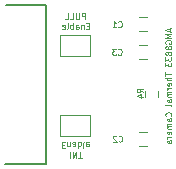
<source format=gbo>
G04 #@! TF.FileFunction,Legend,Bot*
%FSLAX46Y46*%
G04 Gerber Fmt 4.6, Leading zero omitted, Abs format (unit mm)*
G04 Created by KiCad (PCBNEW 4.0.7-e2-6376~58~ubuntu16.04.1) date Thu Aug  2 19:24:01 2018*
%MOMM*%
%LPD*%
G01*
G04 APERTURE LIST*
%ADD10C,0.100000*%
%ADD11C,0.125000*%
%ADD12C,0.120000*%
%ADD13C,0.150000*%
G04 APERTURE END LIST*
D10*
D11*
X166458333Y-93380954D02*
X166458333Y-93619049D01*
X166601190Y-93333335D02*
X166101190Y-93500002D01*
X166601190Y-93666668D01*
X166601190Y-93833335D02*
X166101190Y-93833335D01*
X166458333Y-94000001D01*
X166101190Y-94166668D01*
X166601190Y-94166668D01*
X166125000Y-94666668D02*
X166101190Y-94619049D01*
X166101190Y-94547621D01*
X166125000Y-94476192D01*
X166172619Y-94428573D01*
X166220238Y-94404764D01*
X166315476Y-94380954D01*
X166386905Y-94380954D01*
X166482143Y-94404764D01*
X166529762Y-94428573D01*
X166577381Y-94476192D01*
X166601190Y-94547621D01*
X166601190Y-94595240D01*
X166577381Y-94666668D01*
X166553571Y-94690478D01*
X166386905Y-94690478D01*
X166386905Y-94595240D01*
X166315476Y-94976192D02*
X166291667Y-94928573D01*
X166267857Y-94904764D01*
X166220238Y-94880954D01*
X166196429Y-94880954D01*
X166148810Y-94904764D01*
X166125000Y-94928573D01*
X166101190Y-94976192D01*
X166101190Y-95071430D01*
X166125000Y-95119049D01*
X166148810Y-95142859D01*
X166196429Y-95166668D01*
X166220238Y-95166668D01*
X166267857Y-95142859D01*
X166291667Y-95119049D01*
X166315476Y-95071430D01*
X166315476Y-94976192D01*
X166339286Y-94928573D01*
X166363095Y-94904764D01*
X166410714Y-94880954D01*
X166505952Y-94880954D01*
X166553571Y-94904764D01*
X166577381Y-94928573D01*
X166601190Y-94976192D01*
X166601190Y-95071430D01*
X166577381Y-95119049D01*
X166553571Y-95142859D01*
X166505952Y-95166668D01*
X166410714Y-95166668D01*
X166363095Y-95142859D01*
X166339286Y-95119049D01*
X166315476Y-95071430D01*
X166315476Y-95452382D02*
X166291667Y-95404763D01*
X166267857Y-95380954D01*
X166220238Y-95357144D01*
X166196429Y-95357144D01*
X166148810Y-95380954D01*
X166125000Y-95404763D01*
X166101190Y-95452382D01*
X166101190Y-95547620D01*
X166125000Y-95595239D01*
X166148810Y-95619049D01*
X166196429Y-95642858D01*
X166220238Y-95642858D01*
X166267857Y-95619049D01*
X166291667Y-95595239D01*
X166315476Y-95547620D01*
X166315476Y-95452382D01*
X166339286Y-95404763D01*
X166363095Y-95380954D01*
X166410714Y-95357144D01*
X166505952Y-95357144D01*
X166553571Y-95380954D01*
X166577381Y-95404763D01*
X166601190Y-95452382D01*
X166601190Y-95547620D01*
X166577381Y-95595239D01*
X166553571Y-95619049D01*
X166505952Y-95642858D01*
X166410714Y-95642858D01*
X166363095Y-95619049D01*
X166339286Y-95595239D01*
X166315476Y-95547620D01*
X166101190Y-95809525D02*
X166101190Y-96119048D01*
X166291667Y-95952382D01*
X166291667Y-96023810D01*
X166315476Y-96071429D01*
X166339286Y-96095239D01*
X166386905Y-96119048D01*
X166505952Y-96119048D01*
X166553571Y-96095239D01*
X166577381Y-96071429D01*
X166601190Y-96023810D01*
X166601190Y-95880953D01*
X166577381Y-95833334D01*
X166553571Y-95809525D01*
X166101190Y-96285715D02*
X166101190Y-96595238D01*
X166291667Y-96428572D01*
X166291667Y-96500000D01*
X166315476Y-96547619D01*
X166339286Y-96571429D01*
X166386905Y-96595238D01*
X166505952Y-96595238D01*
X166553571Y-96571429D01*
X166577381Y-96547619D01*
X166601190Y-96500000D01*
X166601190Y-96357143D01*
X166577381Y-96309524D01*
X166553571Y-96285715D01*
X166101190Y-97119047D02*
X166101190Y-97404761D01*
X166601190Y-97261904D02*
X166101190Y-97261904D01*
X166601190Y-97571428D02*
X166101190Y-97571428D01*
X166601190Y-97785713D02*
X166339286Y-97785713D01*
X166291667Y-97761904D01*
X166267857Y-97714285D01*
X166267857Y-97642856D01*
X166291667Y-97595237D01*
X166315476Y-97571428D01*
X166577381Y-98214285D02*
X166601190Y-98166666D01*
X166601190Y-98071428D01*
X166577381Y-98023809D01*
X166529762Y-97999999D01*
X166339286Y-97999999D01*
X166291667Y-98023809D01*
X166267857Y-98071428D01*
X166267857Y-98166666D01*
X166291667Y-98214285D01*
X166339286Y-98238094D01*
X166386905Y-98238094D01*
X166434524Y-97999999D01*
X166601190Y-98452380D02*
X166267857Y-98452380D01*
X166363095Y-98452380D02*
X166315476Y-98476189D01*
X166291667Y-98499999D01*
X166267857Y-98547618D01*
X166267857Y-98595237D01*
X166601190Y-98761904D02*
X166267857Y-98761904D01*
X166315476Y-98761904D02*
X166291667Y-98785713D01*
X166267857Y-98833332D01*
X166267857Y-98904761D01*
X166291667Y-98952380D01*
X166339286Y-98976189D01*
X166601190Y-98976189D01*
X166339286Y-98976189D02*
X166291667Y-98999999D01*
X166267857Y-99047618D01*
X166267857Y-99119046D01*
X166291667Y-99166666D01*
X166339286Y-99190475D01*
X166601190Y-99190475D01*
X166601190Y-99642856D02*
X166339286Y-99642856D01*
X166291667Y-99619047D01*
X166267857Y-99571428D01*
X166267857Y-99476190D01*
X166291667Y-99428571D01*
X166577381Y-99642856D02*
X166601190Y-99595237D01*
X166601190Y-99476190D01*
X166577381Y-99428571D01*
X166529762Y-99404761D01*
X166482143Y-99404761D01*
X166434524Y-99428571D01*
X166410714Y-99476190D01*
X166410714Y-99595237D01*
X166386905Y-99642856D01*
X166601190Y-99952380D02*
X166577381Y-99904761D01*
X166529762Y-99880952D01*
X166101190Y-99880952D01*
X166553571Y-100809523D02*
X166577381Y-100785713D01*
X166601190Y-100714285D01*
X166601190Y-100666666D01*
X166577381Y-100595237D01*
X166529762Y-100547618D01*
X166482143Y-100523809D01*
X166386905Y-100499999D01*
X166315476Y-100499999D01*
X166220238Y-100523809D01*
X166172619Y-100547618D01*
X166125000Y-100595237D01*
X166101190Y-100666666D01*
X166101190Y-100714285D01*
X166125000Y-100785713D01*
X166148810Y-100809523D01*
X166601190Y-101238094D02*
X166339286Y-101238094D01*
X166291667Y-101214285D01*
X166267857Y-101166666D01*
X166267857Y-101071428D01*
X166291667Y-101023809D01*
X166577381Y-101238094D02*
X166601190Y-101190475D01*
X166601190Y-101071428D01*
X166577381Y-101023809D01*
X166529762Y-100999999D01*
X166482143Y-100999999D01*
X166434524Y-101023809D01*
X166410714Y-101071428D01*
X166410714Y-101190475D01*
X166386905Y-101238094D01*
X166601190Y-101476190D02*
X166267857Y-101476190D01*
X166315476Y-101476190D02*
X166291667Y-101499999D01*
X166267857Y-101547618D01*
X166267857Y-101619047D01*
X166291667Y-101666666D01*
X166339286Y-101690475D01*
X166601190Y-101690475D01*
X166339286Y-101690475D02*
X166291667Y-101714285D01*
X166267857Y-101761904D01*
X166267857Y-101833332D01*
X166291667Y-101880952D01*
X166339286Y-101904761D01*
X166601190Y-101904761D01*
X166577381Y-102333333D02*
X166601190Y-102285714D01*
X166601190Y-102190476D01*
X166577381Y-102142857D01*
X166529762Y-102119047D01*
X166339286Y-102119047D01*
X166291667Y-102142857D01*
X166267857Y-102190476D01*
X166267857Y-102285714D01*
X166291667Y-102333333D01*
X166339286Y-102357142D01*
X166386905Y-102357142D01*
X166434524Y-102119047D01*
X166601190Y-102571428D02*
X166267857Y-102571428D01*
X166363095Y-102571428D02*
X166315476Y-102595237D01*
X166291667Y-102619047D01*
X166267857Y-102666666D01*
X166267857Y-102714285D01*
X166601190Y-103095237D02*
X166339286Y-103095237D01*
X166291667Y-103071428D01*
X166267857Y-103023809D01*
X166267857Y-102928571D01*
X166291667Y-102880952D01*
X166577381Y-103095237D02*
X166601190Y-103047618D01*
X166601190Y-102928571D01*
X166577381Y-102880952D01*
X166529762Y-102857142D01*
X166482143Y-102857142D01*
X166434524Y-102880952D01*
X166410714Y-102928571D01*
X166410714Y-103047618D01*
X166386905Y-103095237D01*
D10*
X159297619Y-92576190D02*
X159297619Y-92076190D01*
X159107143Y-92076190D01*
X159059524Y-92100000D01*
X159035715Y-92123810D01*
X159011905Y-92171429D01*
X159011905Y-92242857D01*
X159035715Y-92290476D01*
X159059524Y-92314286D01*
X159107143Y-92338095D01*
X159297619Y-92338095D01*
X158797619Y-92076190D02*
X158797619Y-92480952D01*
X158773810Y-92528571D01*
X158750000Y-92552381D01*
X158702381Y-92576190D01*
X158607143Y-92576190D01*
X158559524Y-92552381D01*
X158535715Y-92528571D01*
X158511905Y-92480952D01*
X158511905Y-92076190D01*
X158035714Y-92576190D02*
X158273809Y-92576190D01*
X158273809Y-92076190D01*
X157630952Y-92576190D02*
X157869047Y-92576190D01*
X157869047Y-92076190D01*
X159630952Y-93164286D02*
X159464286Y-93164286D01*
X159392857Y-93426190D02*
X159630952Y-93426190D01*
X159630952Y-92926190D01*
X159392857Y-92926190D01*
X159178571Y-93092857D02*
X159178571Y-93426190D01*
X159178571Y-93140476D02*
X159154762Y-93116667D01*
X159107143Y-93092857D01*
X159035714Y-93092857D01*
X158988095Y-93116667D01*
X158964286Y-93164286D01*
X158964286Y-93426190D01*
X158511905Y-93426190D02*
X158511905Y-93164286D01*
X158535714Y-93116667D01*
X158583333Y-93092857D01*
X158678571Y-93092857D01*
X158726190Y-93116667D01*
X158511905Y-93402381D02*
X158559524Y-93426190D01*
X158678571Y-93426190D01*
X158726190Y-93402381D01*
X158750000Y-93354762D01*
X158750000Y-93307143D01*
X158726190Y-93259524D01*
X158678571Y-93235714D01*
X158559524Y-93235714D01*
X158511905Y-93211905D01*
X158273809Y-93426190D02*
X158273809Y-92926190D01*
X158273809Y-93116667D02*
X158226190Y-93092857D01*
X158130952Y-93092857D01*
X158083333Y-93116667D01*
X158059524Y-93140476D01*
X158035714Y-93188095D01*
X158035714Y-93330952D01*
X158059524Y-93378571D01*
X158083333Y-93402381D01*
X158130952Y-93426190D01*
X158226190Y-93426190D01*
X158273809Y-93402381D01*
X157750000Y-93426190D02*
X157797619Y-93402381D01*
X157821428Y-93354762D01*
X157821428Y-92926190D01*
X157369047Y-93402381D02*
X157416666Y-93426190D01*
X157511904Y-93426190D01*
X157559523Y-93402381D01*
X157583333Y-93354762D01*
X157583333Y-93164286D01*
X157559523Y-93116667D01*
X157511904Y-93092857D01*
X157416666Y-93092857D01*
X157369047Y-93116667D01*
X157345238Y-93164286D01*
X157345238Y-93211905D01*
X157583333Y-93259524D01*
X158022620Y-103848810D02*
X158022620Y-104348810D01*
X158260715Y-103848810D02*
X158260715Y-104348810D01*
X158546429Y-103848810D01*
X158546429Y-104348810D01*
X158713096Y-104348810D02*
X158998810Y-104348810D01*
X158855953Y-103848810D02*
X158855953Y-104348810D01*
X157344048Y-103260714D02*
X157510714Y-103260714D01*
X157582143Y-102998810D02*
X157344048Y-102998810D01*
X157344048Y-103498810D01*
X157582143Y-103498810D01*
X157796429Y-103332143D02*
X157796429Y-102998810D01*
X157796429Y-103284524D02*
X157820238Y-103308333D01*
X157867857Y-103332143D01*
X157939286Y-103332143D01*
X157986905Y-103308333D01*
X158010714Y-103260714D01*
X158010714Y-102998810D01*
X158463095Y-102998810D02*
X158463095Y-103260714D01*
X158439286Y-103308333D01*
X158391667Y-103332143D01*
X158296429Y-103332143D01*
X158248810Y-103308333D01*
X158463095Y-103022619D02*
X158415476Y-102998810D01*
X158296429Y-102998810D01*
X158248810Y-103022619D01*
X158225000Y-103070238D01*
X158225000Y-103117857D01*
X158248810Y-103165476D01*
X158296429Y-103189286D01*
X158415476Y-103189286D01*
X158463095Y-103213095D01*
X158701191Y-102998810D02*
X158701191Y-103498810D01*
X158701191Y-103308333D02*
X158748810Y-103332143D01*
X158844048Y-103332143D01*
X158891667Y-103308333D01*
X158915476Y-103284524D01*
X158939286Y-103236905D01*
X158939286Y-103094048D01*
X158915476Y-103046429D01*
X158891667Y-103022619D01*
X158844048Y-102998810D01*
X158748810Y-102998810D01*
X158701191Y-103022619D01*
X159225000Y-102998810D02*
X159177381Y-103022619D01*
X159153572Y-103070238D01*
X159153572Y-103498810D01*
X159605953Y-103022619D02*
X159558334Y-102998810D01*
X159463096Y-102998810D01*
X159415477Y-103022619D01*
X159391667Y-103070238D01*
X159391667Y-103260714D01*
X159415477Y-103308333D01*
X159463096Y-103332143D01*
X159558334Y-103332143D01*
X159605953Y-103308333D01*
X159629762Y-103260714D01*
X159629762Y-103213095D01*
X159391667Y-103165476D01*
D12*
X164525000Y-92450000D02*
X163825000Y-92450000D01*
X163825000Y-93650000D02*
X164525000Y-93650000D01*
X164525000Y-102175000D02*
X163825000Y-102175000D01*
X163825000Y-103375000D02*
X164525000Y-103375000D01*
X164525000Y-94775000D02*
X163825000Y-94775000D01*
X163825000Y-95975000D02*
X164525000Y-95975000D01*
X157155000Y-93910000D02*
X159695000Y-93910000D01*
X159695000Y-95690000D02*
X157155000Y-95690000D01*
X159695000Y-95690000D02*
X159695000Y-93910000D01*
X157155000Y-93910000D02*
X157155000Y-95690000D01*
X159695000Y-102490000D02*
X157155000Y-102490000D01*
X157155000Y-100710000D02*
X159695000Y-100710000D01*
X157155000Y-100710000D02*
X157155000Y-102490000D01*
X159695000Y-102490000D02*
X159695000Y-100710000D01*
X165455000Y-98700000D02*
X165455000Y-99200000D01*
X164395000Y-99200000D02*
X164395000Y-98700000D01*
D13*
X152625000Y-91375000D02*
X156025000Y-91375000D01*
X156025000Y-91375000D02*
X156025000Y-104775000D01*
X156025000Y-104775000D02*
X156025000Y-104875000D01*
X156025000Y-104875000D02*
X152525000Y-104875000D01*
D10*
X162108333Y-93228571D02*
X162132143Y-93252381D01*
X162203571Y-93276190D01*
X162251190Y-93276190D01*
X162322619Y-93252381D01*
X162370238Y-93204762D01*
X162394047Y-93157143D01*
X162417857Y-93061905D01*
X162417857Y-92990476D01*
X162394047Y-92895238D01*
X162370238Y-92847619D01*
X162322619Y-92800000D01*
X162251190Y-92776190D01*
X162203571Y-92776190D01*
X162132143Y-92800000D01*
X162108333Y-92823810D01*
X161632143Y-93276190D02*
X161917857Y-93276190D01*
X161775000Y-93276190D02*
X161775000Y-92776190D01*
X161822619Y-92847619D01*
X161870238Y-92895238D01*
X161917857Y-92919048D01*
X162133333Y-102928571D02*
X162157143Y-102952381D01*
X162228571Y-102976190D01*
X162276190Y-102976190D01*
X162347619Y-102952381D01*
X162395238Y-102904762D01*
X162419047Y-102857143D01*
X162442857Y-102761905D01*
X162442857Y-102690476D01*
X162419047Y-102595238D01*
X162395238Y-102547619D01*
X162347619Y-102500000D01*
X162276190Y-102476190D01*
X162228571Y-102476190D01*
X162157143Y-102500000D01*
X162133333Y-102523810D01*
X161942857Y-102523810D02*
X161919047Y-102500000D01*
X161871428Y-102476190D01*
X161752381Y-102476190D01*
X161704762Y-102500000D01*
X161680952Y-102523810D01*
X161657143Y-102571429D01*
X161657143Y-102619048D01*
X161680952Y-102690476D01*
X161966666Y-102976190D01*
X161657143Y-102976190D01*
X162083333Y-95578571D02*
X162107143Y-95602381D01*
X162178571Y-95626190D01*
X162226190Y-95626190D01*
X162297619Y-95602381D01*
X162345238Y-95554762D01*
X162369047Y-95507143D01*
X162392857Y-95411905D01*
X162392857Y-95340476D01*
X162369047Y-95245238D01*
X162345238Y-95197619D01*
X162297619Y-95150000D01*
X162226190Y-95126190D01*
X162178571Y-95126190D01*
X162107143Y-95150000D01*
X162083333Y-95173810D01*
X161916666Y-95126190D02*
X161607143Y-95126190D01*
X161773809Y-95316667D01*
X161702381Y-95316667D01*
X161654762Y-95340476D01*
X161630952Y-95364286D01*
X161607143Y-95411905D01*
X161607143Y-95530952D01*
X161630952Y-95578571D01*
X161654762Y-95602381D01*
X161702381Y-95626190D01*
X161845238Y-95626190D01*
X161892857Y-95602381D01*
X161916666Y-95578571D01*
X164176190Y-98791667D02*
X163938095Y-98625000D01*
X164176190Y-98505953D02*
X163676190Y-98505953D01*
X163676190Y-98696429D01*
X163700000Y-98744048D01*
X163723810Y-98767857D01*
X163771429Y-98791667D01*
X163842857Y-98791667D01*
X163890476Y-98767857D01*
X163914286Y-98744048D01*
X163938095Y-98696429D01*
X163938095Y-98505953D01*
X163842857Y-99220238D02*
X164176190Y-99220238D01*
X163652381Y-99101191D02*
X164009524Y-98982143D01*
X164009524Y-99291667D01*
M02*

</source>
